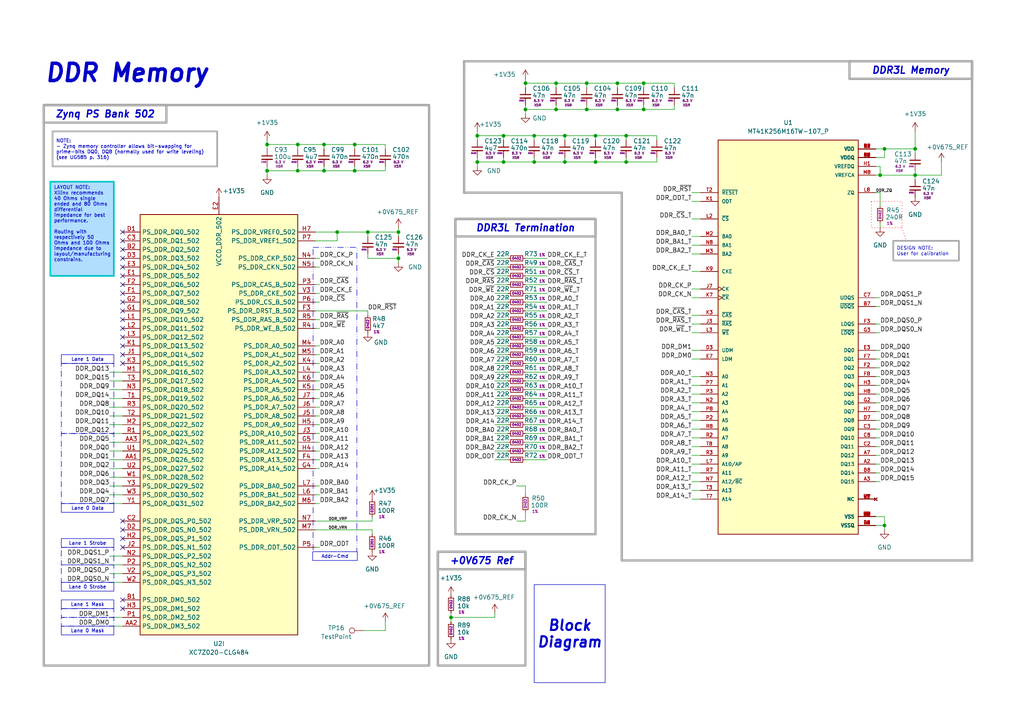
<source format=kicad_sch>
(kicad_sch (version 20250114) (generator "eeschema") (generator_version "9.0")
  (paper "A4")
  (title_block (title "Zynq B502 & DDR3L") (date "2024-09-22") (rev "1.0"))
  (rectangle (start 90.805 71.755) (end 103.505 160.02) (stroke (width 0) (type dash_dot_dot)))
  (rectangle (start 252.73 58.42) (end 261.62 66.04) (stroke (width 0.2) (type dot) (color 255 28 5 1)))
  (rectangle (start 17.78 163.83) (end 33.02 168.91) (stroke (width 0) (type dash_dot)))
  (rectangle (start 127 160.02) (end 152.4 193.04) (stroke (width 0.7) (color 168 168 168 1)))
  (rectangle (start 17.78 176.53) (end 33.02 179.07) (stroke (width 0) (type dash_dot)))
  (rectangle (start 17.78 105.41) (end 33.02 125.73) (stroke (width 0) (type dash_dot)))
  (rectangle (start 17.78 125.73) (end 33.02 146.05) (stroke (width 0) (type dash_dot)))
  (rectangle (start 132.08 63.5) (end 172.72 154.94) (stroke (width 0.7) (color 168 168 168 1)))
  (rectangle (start 17.78 158.75) (end 33.02 163.83) (stroke (width 0) (type dash_dot)))
  (rectangle (start 12.7 30.48) (end 124.46 193.04) (stroke (width 0.7) (color 168 168 168 1)))
  (rectangle (start 17.78 179.07) (end 33.02 181.61) (stroke (width 0) (type dash_dot)))
  (text "DDR Memory" (at 36.83 21.336 0) (effects (font (size 5 5) (thickness 1) (bold yes) (italic yes))))
  (text_box "Zynq PS Bank 502" (at 12.7 30.48 0) (size 35.56 5.08) (margins 1.85 1.85 1.85 1.85) (stroke (width 0.7) (color 168 168 168 1)) (effects (font (size 2 2) (bold yes) (italic yes))))
  (text_box "Lane 1 Strobe" (at 17.78 156.21 0) (size 15.24 2.54) (margins 0.75 0.75 0.75 0.75) (effects (font (size 1 1) (thickness 0.1588))))
  (text_box "Lane 1 Data" (at 17.78 102.87 0) (size 15.24 2.54) (margins 0.75 0.75 0.75 0.75) (effects (font (size 1 1) (thickness 0.1588))))
  (text_box "Lane 0 Mask" (at 17.78 181.61 0) (size 15.24 2.54) (margins 0.75 0.75 0.75 0.75) (effects (font (size 1 1) (thickness 0.1588))))
  (text_box "DESIGN NOTE:\nUser for calibration" (at 259.08 69.85 0) (size 19.05 5.715) (margins 1 1 1 1) (stroke (width 0.5) (color 168 168 168 1)) (effects (font (size 1 1) (thickness 0.125)) (justify left)))
  (text_box "Addr-Cmd" (at 90.678 160.02 0) (size 12.954 2.54) (margins 0.75 0.75 0.75 0.75) (effects (font (size 1 1) (thickness 0.1588))))
  (text_box "NOTE:\n- Zynq memory controller allows bit-swapping for prime-bits DQ0, DQ8 (normally used for write leveling)\n(see UG585 p. 316)" (at 15.24 38.1 0) (size 47.752 10.16) (margins 1 1 1 1) (stroke (width 0.5) (color 168 168 168 1)) (effects (font (size 1 1) (thickness 0.1588)) (justify left)))
  (text_box "Block\nDiagram" (at 154.94 169.545 0) (size 20.574 28.448) (margins 2.25 2.25 2.25 2.25) (effects (font (size 3 3) (thickness 0.6) (bold yes) (italic yes))))
  (text_box "Lane 0 Data" (at 17.78 146.05 0) (size 15.24 2.54) (margins 0.75 0.75 0.75 0.75) (effects (font (size 1 1) (thickness 0.1588))))
  (text_box "LAYOUT NOTE:\nXilinx recommends 40 Ohms single ended and 80 Ohms differential impedance for best performance.\n\nRouting with respectively 50 Ohms and 100 Ohms impedance due to layout/manufacturing constrains.\n" (at 14.605 52.705 0) (size 18.415 27.305) (margins 1 1 1 1) (stroke (width 0.5) (color 0 194 194 1)) (fill (type color) (color 61 172 255 0.4)) (effects (font (size 1 1)) (justify left top)))
  (text_box "+0V675 Ref" (at 127 160.02 0) (size 25.4 5.08) (margins 1.85 1.85 1.85 1.85) (stroke (width 0.7) (color 168 168 168 1)) (effects (font (size 2 2) (bold yes) (italic yes))))
  (text_box "DDR3L Memory" (at 246.38 17.78 0) (size 35.56 5.08) (margins 1.85 1.85 1.85 1.85) (stroke (width 0.7) (color 168 168 168 1)) (effects (font (size 2 2) (bold yes) (italic yes))))
  (text_box "Lane 1 Mask" (at 17.78 173.99 0) (size 15.24 2.54) (margins 0.75 0.75 0.75 0.75) (effects (font (size 1 1) (thickness 0.1588))))
  (text_box "Lane 0 Strobe" (at 17.78 168.91 0) (size 15.24 2.54) (margins 0.75 0.75 0.75 0.75) (effects (font (size 1 1) (thickness 0.1588))))
  (text_box "DDR3L Termination" (at 132.08 63.5 0) (size 40.64 5.08) (margins 1.85 1.85 1.85 1.85) (stroke (width 0.7) (color 168 168 168 1)) (effects (font (size 2 2) (bold yes) (italic yes))))
  (junction (at 163.83 46.99))
  (junction (at 86.36 41.91))
  (junction (at 186.69 31.75))
  (junction (at 163.83 39.37))
  (junction (at 115.57 74.93))
  (junction (at 179.07 31.75))
  (junction (at 154.94 46.99))
  (junction (at 154.94 39.37))
  (junction (at 161.29 24.13))
  (junction (at 265.43 50.8))
  (junction (at 77.47 41.91))
  (junction (at 170.18 24.13))
  (junction (at 102.87 41.91))
  (junction (at 93.98 41.91))
  (junction (at 102.87 49.53))
  (junction (at 170.18 31.75))
  (junction (at 97.79 67.31))
  (junction (at 77.47 49.53))
  (junction (at 138.43 39.37))
  (junction (at 179.07 24.13))
  (junction (at 161.29 31.75))
  (junction (at 146.05 39.37))
  (junction (at 115.57 67.31))
  (junction (at 138.43 46.99))
  (junction (at 255.27 50.8))
  (junction (at 130.81 179.07))
  (junction (at 256.54 152.4))
  (junction (at 181.61 46.99))
  (junction (at 265.43 43.18))
  (junction (at 256.54 43.18))
  (junction (at 93.98 49.53))
  (junction (at 172.72 46.99))
  (junction (at 152.4 24.13))
  (junction (at 86.36 49.53))
  (junction (at 152.4 31.75))
  (junction (at 172.72 39.37))
  (junction (at 181.61 39.37))
  (junction (at 186.69 24.13))
  (junction (at 146.05 46.99))
  (junction (at 106.68 67.31))
  (no_connect (at 35.56 97.79))
  (no_connect (at 35.56 69.85))
  (no_connect (at 35.56 87.63))
  (no_connect (at 35.56 77.47))
  (no_connect (at 35.56 158.75))
  (no_connect (at 35.56 80.01))
  (no_connect (at 35.56 105.41))
  (no_connect (at 35.56 95.25))
  (no_connect (at 35.56 156.21))
  (no_connect (at 35.56 85.09))
  (no_connect (at 35.56 100.33))
  (no_connect (at 35.56 176.53))
  (no_connect (at 35.56 74.93))
  (no_connect (at 35.56 173.99))
  (no_connect (at 35.56 92.71))
  (no_connect (at 35.56 153.67))
  (no_connect (at 35.56 82.55))
  (no_connect (at 35.56 151.13))
  (no_connect (at 35.56 67.31))
  (no_connect (at 35.56 90.17))
  (no_connect (at 35.56 72.39))
  (no_connect (at 35.56 102.87))
  (wire (pts (xy 203.2 116.84) (xy 200.66 116.84)))
  (wire (pts (xy 200.66 78.74) (xy 203.2 78.74)))
  (wire (pts (xy 152.4 105.41) (xy 158.75 105.41)))
  (wire (pts (xy 181.61 39.37) (xy 181.61 40.64)))
  (wire (pts (xy 91.44 120.65) (xy 92.71 120.65)))
  (wire (pts (xy 143.51 120.65) (xy 147.32 120.65)))
  (wire (pts (xy 91.44 140.97) (xy 92.71 140.97)))
  (wire (pts (xy 152.4 97.79) (xy 158.75 97.79)))
  (wire (pts (xy 97.79 69.85) (xy 91.44 69.85)))
  (wire (pts (xy 190.5 45.72) (xy 190.5 46.99)))
  (wire (pts (xy 181.61 45.72) (xy 181.61 46.99)))
  (wire (pts (xy 152.4 128.27) (xy 158.75 128.27)))
  (wire (pts (xy 86.36 41.91) (xy 86.36 43.18)))
  (wire (pts (xy 77.47 41.91) (xy 86.36 41.91)))
  (wire (pts (xy 143.51 85.09) (xy 147.32 85.09)))
  (wire (pts (xy 86.36 41.91) (xy 93.98 41.91)))
  (wire (pts (xy 97.79 67.31) (xy 97.79 69.85)))
  (wire (pts (xy 152.4 24.13) (xy 152.4 25.4)))
  (wire (pts (xy 91.44 102.87) (xy 92.71 102.87)))
  (wire (pts (xy 255.27 55.88) (xy 254 55.88)))
  (wire (pts (xy 152.4 30.48) (xy 152.4 31.75)))
  (wire (pts (xy 31.75 140.97) (xy 35.56 140.97)))
  (wire (pts (xy 91.44 143.51) (xy 92.71 143.51)))
  (wire (pts (xy 138.43 39.37) (xy 146.05 39.37)))
  (polyline (pts (xy 180.34 55.88) (xy 180.34 162.56)) (stroke (width 0.7) (type solid) (color 168 168 168 1)))
  (wire (pts (xy 91.44 85.09) (xy 92.71 85.09)))
  (wire (pts (xy 143.51 90.17) (xy 147.32 90.17)))
  (wire (pts (xy 190.5 46.99) (xy 181.61 46.99)))
  (wire (pts (xy 200.66 86.36) (xy 203.2 86.36)))
  (wire (pts (xy 179.07 30.48) (xy 179.07 31.75)))
  (wire (pts (xy 254 50.8) (xy 255.27 50.8)))
  (wire (pts (xy 143.51 177.8) (xy 143.51 179.07)))
  (wire (pts (xy 152.4 85.09) (xy 158.75 85.09)))
  (wire (pts (xy 143.51 125.73) (xy 147.32 125.73)))
  (wire (pts (xy 107.95 154.94) (xy 107.95 153.67)))
  (wire (pts (xy 91.44 82.55) (xy 92.71 82.55)))
  (wire (pts (xy 143.51 92.71) (xy 147.32 92.71)))
  (wire (pts (xy 152.4 133.35) (xy 158.75 133.35)))
  (wire (pts (xy 255.27 134.62) (xy 254 134.62)))
  (wire (pts (xy 146.05 46.99) (xy 138.43 46.99)))
  (wire (pts (xy 91.44 118.11) (xy 92.71 118.11)))
  (wire (pts (xy 172.72 46.99) (xy 163.83 46.99)))
  (wire (pts (xy 200.66 83.82) (xy 203.2 83.82)))
  (wire (pts (xy 91.44 123.19) (xy 92.71 123.19)))
  (wire (pts (xy 256.54 153.67) (xy 256.54 152.4)))
  (wire (pts (xy 163.83 39.37) (xy 163.83 40.64)))
  (wire (pts (xy 200.66 142.24) (xy 203.2 142.24)))
  (wire (pts (xy 31.75 110.49) (xy 35.56 110.49)))
  (wire (pts (xy 255.27 116.84) (xy 254 116.84)))
  (wire (pts (xy 200.66 129.54) (xy 203.2 129.54)))
  (wire (pts (xy 138.43 46.99) (xy 138.43 45.72)))
  (wire (pts (xy 91.44 133.35) (xy 92.71 133.35)))
  (wire (pts (xy 106.68 67.31) (xy 106.68 68.58)))
  (wire (pts (xy 111.76 41.91) (xy 111.76 43.18)))
  (wire (pts (xy 97.79 67.31) (xy 106.68 67.31)))
  (wire (pts (xy 31.75 113.03) (xy 35.56 113.03)))
  (wire (pts (xy 255.27 106.68) (xy 254 106.68)))
  (wire (pts (xy 143.51 110.49) (xy 147.32 110.49)))
  (wire (pts (xy 255.27 139.7) (xy 254 139.7)))
  (wire (pts (xy 172.72 39.37) (xy 172.72 40.64)))
  (wire (pts (xy 152.4 107.95) (xy 158.75 107.95)))
  (wire (pts (xy 31.75 130.81) (xy 35.56 130.81)))
  (wire (pts (xy 152.4 92.71) (xy 158.75 92.71)))
  (wire (pts (xy 152.4 24.13) (xy 161.29 24.13)))
  (wire (pts (xy 255.27 88.9) (xy 254 88.9)))
  (wire (pts (xy 255.27 129.54) (xy 254 129.54)))
  (wire (pts (xy 200.66 101.6) (xy 203.2 101.6)))
  (wire (pts (xy 115.57 67.31) (xy 115.57 68.58)))
  (wire (pts (xy 255.27 109.22) (xy 254 109.22)))
  (wire (pts (xy 255.27 66.04) (xy 255.27 64.77)))
  (wire (pts (xy 143.51 113.03) (xy 147.32 113.03)))
  (wire (pts (xy 152.4 74.93) (xy 158.75 74.93)))
  (wire (pts (xy 254 45.72) (xy 256.54 45.72)))
  (wire (pts (xy 91.44 128.27) (xy 92.71 128.27)))
  (wire (pts (xy 31.75 135.89) (xy 35.56 135.89)))
  (wire (pts (xy 152.4 77.47) (xy 158.75 77.47)))
  (wire (pts (xy 186.69 24.13) (xy 195.58 24.13)))
  (wire (pts (xy 31.75 120.65) (xy 35.56 120.65)))
  (wire (pts (xy 172.72 39.37) (xy 181.61 39.37)))
  (wire (pts (xy 93.98 41.91) (xy 93.98 43.18)))
  (wire (pts (xy 106.68 73.66) (xy 106.68 74.93)))
  (wire (pts (xy 179.07 24.13) (xy 186.69 24.13)))
  (wire (pts (xy 93.98 48.26) (xy 93.98 49.53)))
  (wire (pts (xy 255.27 132.08) (xy 254 132.08)))
  (wire (pts (xy 200.66 137.16) (xy 203.2 137.16)))
  (wire (pts (xy 111.76 182.88) (xy 111.76 180.34)))
  (wire (pts (xy 179.07 31.75) (xy 170.18 31.75)))
  (wire (pts (xy 161.29 31.75) (xy 152.4 31.75)))
  (wire (pts (xy 91.44 87.63) (xy 92.71 87.63)))
  (wire (pts (xy 115.57 67.31) (xy 106.68 67.31)))
  (wire (pts (xy 152.4 80.01) (xy 158.75 80.01)))
  (wire (pts (xy 161.29 24.13) (xy 161.29 25.4)))
  (wire (pts (xy 143.51 100.33) (xy 147.32 100.33)))
  (wire (pts (xy 152.4 130.81) (xy 158.75 130.81)))
  (wire (pts (xy 91.44 115.57) (xy 92.71 115.57)))
  (wire (pts (xy 179.07 31.75) (xy 186.69 31.75)))
  (wire (pts (xy 149.86 151.13) (xy 152.4 151.13)))
  (wire (pts (xy 143.51 74.93) (xy 147.32 74.93)))
  (wire (pts (xy 190.5 39.37) (xy 190.5 40.64)))
  (wire (pts (xy 179.07 24.13) (xy 179.07 25.4)))
  (wire (pts (xy 91.44 74.93) (xy 92.71 74.93)))
  (wire (pts (xy 265.43 43.18) (xy 256.54 43.18)))
  (wire (pts (xy 255.27 48.26) (xy 254 48.26)))
  (wire (pts (xy 77.47 40.64) (xy 77.47 41.91)))
  (wire (pts (xy 31.75 163.83) (xy 35.56 163.83)))
  (wire (pts (xy 200.66 132.08) (xy 203.2 132.08)))
  (wire (pts (xy 91.44 130.81) (xy 92.71 130.81)))
  (wire (pts (xy 152.4 151.13) (xy 152.4 148.59)))
  (wire (pts (xy 200.66 58.42) (xy 203.2 58.42)))
  (wire (pts (xy 143.51 77.47) (xy 147.32 77.47)))
  (wire (pts (xy 154.94 39.37) (xy 154.94 40.64)))
  (wire (pts (xy 91.44 110.49) (xy 92.71 110.49)))
  (wire (pts (xy 143.51 128.27) (xy 147.32 128.27)))
  (wire (pts (xy 200.66 71.12) (xy 203.2 71.12)))
  (wire (pts (xy 31.75 133.35) (xy 35.56 133.35)))
  (wire (pts (xy 170.18 31.75) (xy 161.29 31.75)))
  (wire (pts (xy 152.4 90.17) (xy 158.75 90.17)))
  (wire (pts (xy 163.83 39.37) (xy 172.72 39.37)))
  (wire (pts (xy 143.51 102.87) (xy 147.32 102.87)))
  (wire (pts (xy 130.81 177.8) (xy 130.81 179.07)))
  (wire (pts (xy 152.4 115.57) (xy 158.75 115.57)))
  (wire (pts (xy 86.36 48.26) (xy 86.36 49.53)))
  (wire (pts (xy 255.27 111.76) (xy 254 111.76)))
  (wire (pts (xy 91.44 135.89) (xy 92.71 135.89)))
  (wire (pts (xy 92.71 158.75) (xy 91.44 158.75)))
  (wire (pts (xy 200.66 134.62) (xy 203.2 134.62)))
  (wire (pts (xy 255.27 119.38) (xy 254 119.38)))
  (wire (pts (xy 172.72 45.72) (xy 172.72 46.99)))
  (wire (pts (xy 265.43 50.8) (xy 265.43 52.07)))
  (wire (pts (xy 143.51 82.55) (xy 147.32 82.55)))
  (wire (pts (xy 91.44 146.05) (xy 92.71 146.05)))
  (wire (pts (xy 91.44 77.47) (xy 92.71 77.47)))
  (wire (pts (xy 255.27 104.14) (xy 254 104.14)))
  (wire (pts (xy 31.75 115.57) (xy 35.56 115.57)))
  (wire (pts (xy 200.66 73.66) (xy 203.2 73.66)))
  (wire (pts (xy 154.94 39.37) (xy 163.83 39.37)))
  (wire (pts (xy 255.27 96.52) (xy 254 96.52)))
  (wire (pts (xy 146.05 39.37) (xy 146.05 40.64)))
  (wire (pts (xy 77.47 41.91) (xy 77.47 43.18)))
  (wire (pts (xy 152.4 87.63) (xy 158.75 87.63)))
  (wire (pts (xy 254 152.4) (xy 256.54 152.4)))
  (wire (pts (xy 91.44 105.41) (xy 92.71 105.41)))
  (wire (pts (xy 152.4 22.86) (xy 152.4 24.13)))
  (wire (pts (xy 195.58 24.13) (xy 195.58 25.4)))
  (wire (pts (xy 203.2 119.38) (xy 200.66 119.38)))
  (wire (pts (xy 91.44 113.03) (xy 92.71 113.03)))
  (wire (pts (xy 93.98 41.91) (xy 102.87 41.91)))
  (wire (pts (xy 102.87 41.91) (xy 111.76 41.91)))
  (wire (pts (xy 31.75 161.29) (xy 35.56 161.29)))
  (wire (pts (xy 154.94 45.72) (xy 154.94 46.99)))
  (wire (pts (xy 152.4 95.25) (xy 158.75 95.25)))
  (polyline (pts (xy 180.34 162.56) (xy 281.94 162.56)) (stroke (width 0.7) (type solid) (color 168 168 168 1)))
  (wire (pts (xy 170.18 24.13) (xy 170.18 25.4)))
  (wire (pts (xy 163.83 46.99) (xy 154.94 46.99)))
  (wire (pts (xy 195.58 31.75) (xy 186.69 31.75)))
  (wire (pts (xy 203.2 121.92) (xy 200.66 121.92)))
  (wire (pts (xy 152.4 143.51) (xy 152.4 140.97)))
  (wire (pts (xy 31.75 168.91) (xy 35.56 168.91)))
  (wire (pts (xy 200.66 144.78) (xy 203.2 144.78)))
  (wire (pts (xy 143.51 130.81) (xy 147.32 130.81)))
  (wire (pts (xy 203.2 114.3) (xy 200.66 114.3)))
  (wire (pts (xy 130.81 179.07) (xy 130.81 180.34)))
  (wire (pts (xy 265.43 43.18) (xy 265.43 44.45)))
  (wire (pts (xy 138.43 46.99) (xy 138.43 48.26)))
  (wire (pts (xy 203.2 124.46) (xy 200.66 124.46)))
  (wire (pts (xy 255.27 86.36) (xy 254 86.36)))
  (wire (pts (xy 77.47 49.53) (xy 77.47 50.8)))
  (wire (pts (xy 143.51 87.63) (xy 147.32 87.63)))
  (wire (pts (xy 91.44 67.31) (xy 97.79 67.31)))
  (wire (pts (xy 91.44 125.73) (xy 92.71 125.73)))
  (wire (pts (xy 143.51 80.01) (xy 147.32 80.01)))
  (wire (pts (xy 200.66 91.44) (xy 203.2 91.44)))
  (wire (pts (xy 152.4 120.65) (xy 158.75 120.65)))
  (wire (pts (xy 255.27 137.16) (xy 254 137.16)))
  (wire (pts (xy 31.75 118.11) (xy 35.56 118.11)))
  (wire (pts (xy 107.95 149.86) (xy 107.95 151.13)))
  (wire (pts (xy 152.4 110.49) (xy 158.75 110.49)))
  (wire (pts (xy 255.27 50.8) (xy 255.27 48.26)))
  (wire (pts (xy 154.94 46.99) (xy 146.05 46.99)))
  (wire (pts (xy 143.51 123.19) (xy 147.32 123.19)))
  (wire (pts (xy 115.57 76.2) (xy 115.57 74.93)))
  (wire (pts (xy 143.51 95.25) (xy 147.32 95.25)))
  (wire (pts (xy 111.76 48.26) (xy 111.76 49.53)))
  (wire (pts (xy 273.05 50.8) (xy 265.43 50.8)))
  (wire (pts (xy 111.76 49.53) (xy 102.87 49.53)))
  (wire (pts (xy 152.4 100.33) (xy 158.75 100.33)))
  (wire (pts (xy 143.51 105.41) (xy 147.32 105.41)))
  (wire (pts (xy 143.51 107.95) (xy 147.32 107.95)))
  (polyline (pts (xy 134.62 55.88) (xy 180.34 55.88)) (stroke (width 0.7) (type solid) (color 168 168 168 1)))
  (wire (pts (xy 31.75 125.73) (xy 35.56 125.73)))
  (wire (pts (xy 31.75 181.61) (xy 35.56 181.61)))
  (wire (pts (xy 255.27 93.98) (xy 254 93.98)))
  (wire (pts (xy 265.43 50.8) (xy 255.27 50.8)))
  (wire (pts (xy 93.98 49.53) (xy 102.87 49.53)))
  (wire (pts (xy 152.4 102.87) (xy 158.75 102.87)))
  (wire (pts (xy 186.69 24.13) (xy 186.69 25.4)))
  (wire (pts (xy 102.87 48.26) (xy 102.87 49.53)))
  (wire (pts (xy 105.41 182.88) (xy 111.76 182.88)))
  (wire (pts (xy 115.57 74.93) (xy 115.57 73.66)))
  (wire (pts (xy 170.18 24.13) (xy 179.07 24.13)))
  (wire (pts (xy 170.18 30.48) (xy 170.18 31.75)))
  (wire (pts (xy 31.75 128.27) (xy 35.56 128.27)))
  (polyline (pts (xy 281.94 17.78) (xy 134.62 17.78)) (stroke (width 0.7) (type solid) (color 168 168 168 1)))
  (wire (pts (xy 77.47 49.53) (xy 77.47 48.26)))
  (wire (pts (xy 31.75 166.37) (xy 35.56 166.37)))
  (wire (pts (xy 143.51 97.79) (xy 147.32 97.79)))
  (wire (pts (xy 115.57 66.04) (xy 115.57 67.31)))
  (wire (pts (xy 256.54 149.86) (xy 254 149.86)))
  (wire (pts (xy 102.87 41.91) (xy 102.87 43.18)))
  (wire (pts (xy 200.66 96.52) (xy 203.2 96.52)))
  (wire (pts (xy 152.4 118.11) (xy 158.75 118.11)))
  (wire (pts (xy 138.43 39.37) (xy 138.43 40.64)))
  (wire (pts (xy 146.05 39.37) (xy 154.94 39.37)))
  (wire (pts (xy 31.75 123.19) (xy 35.56 123.19)))
  (wire (pts (xy 152.4 140.97) (xy 149.86 140.97)))
  (wire (pts (xy 91.44 100.33) (xy 92.71 100.33)))
  (wire (pts (xy 203.2 109.22) (xy 200.66 109.22)))
  (wire (pts (xy 31.75 138.43) (xy 35.56 138.43)))
  (wire (pts (xy 91.44 107.95) (xy 92.71 107.95)))
  (wire (pts (xy 91.44 95.25) (xy 92.71 95.25)))
  (wire (pts (xy 31.75 146.05) (xy 35.56 146.05)))
  (wire (pts (xy 256.54 43.18) (xy 256.54 45.72)))
  (wire (pts (xy 31.75 107.95) (xy 35.56 107.95)))
  (wire (pts (xy 265.43 49.53) (xy 265.43 50.8)))
  (wire (pts (xy 106.68 74.93) (xy 115.57 74.93)))
  (wire (pts (xy 143.51 179.07) (xy 130.81 179.07)))
  (wire (pts (xy 203.2 127) (xy 200.66 127)))
  (wire (pts (xy 93.98 49.53) (xy 86.36 49.53)))
  (wire (pts (xy 186.69 30.48) (xy 186.69 31.75)))
  (polyline (pts (xy 281.94 162.56) (xy 281.94 17.78)) (stroke (width 0.7) (type solid) (color 168 168 168 1)))
  (wire (pts (xy 200.66 93.98) (xy 203.2 93.98)))
  (polyline (pts (xy 134.62 17.78) (xy 134.62 55.88)) (stroke (width 0.7) (type solid) (color 168 168 168 1)))
  (polyline (pts (xy 261.62 66.04) (xy 262.89 69.85)) (stroke (width 0.2) (type dot) (color 255 28 5 1)))
  (wire (pts (xy 200.66 55.88) (xy 203.2 55.88)))
  (wire (pts (xy 195.58 30.48) (xy 195.58 31.75)))
  (wire (pts (xy 152.4 82.55) (xy 158.75 82.55)))
  (wire (pts (xy 255.27 55.88) (xy 255.27 59.69)))
  (wire (pts (xy 255.27 127) (xy 254 127)))
  (wire (pts (xy 31.75 179.07) (xy 35.56 179.07)))
  (wire (pts (xy 152.4 31.75) (xy 152.4 33.02)))
  (wire (pts (xy 143.51 118.11) (xy 147.32 118.11)))
  (wire (pts (xy 152.4 123.19) (xy 158.75 123.19)))
  (wire (pts (xy 181.61 46.99) (xy 172.72 46.99)))
  (wire (pts (xy 161.29 30.48) (xy 161.29 31.75)))
  (wire (pts (xy 200.66 139.7) (xy 203.2 139.7)))
  (wire (pts (xy 91.44 151.13) (xy 107.95 151.13)))
  (wire (pts (xy 181.61 39.37) (xy 190.5 39.37)))
  (wire (pts (xy 255.27 101.6) (xy 254 101.6)))
  (wire (pts (xy 256.54 152.4) (xy 256.54 149.86)))
  (wire (pts (xy 146.05 45.72) (xy 146.05 46.99)))
  (wire (pts (xy 255.27 121.92) (xy 254 121.92)))
  (wire (pts (xy 31.75 143.51) (xy 35.56 143.51)))
  (wire (pts (xy 143.51 115.57) (xy 147.32 115.57)))
  (wire (pts (xy 138.43 38.1) (xy 138.43 39.37)))
  (wire (pts (xy 152.4 113.03) (xy 158.75 113.03)))
  (wire (pts (xy 143.51 133.35) (xy 147.32 133.35)))
  (wire (pts (xy 163.83 45.72) (xy 163.83 46.99)))
  (wire (pts (xy 255.27 114.3) (xy 254 114.3)))
  (wire (pts (xy 265.43 38.1) (xy 265.43 43.18)))
  (wire (pts (xy 152.4 125.73) (xy 158.75 125.73)))
  (wire (pts (xy 273.05 46.99) (xy 273.05 50.8)))
  (wire (pts (xy 91.44 153.67) (xy 107.95 153.67)))
  (wire (pts (xy 200.66 63.5) (xy 203.2 63.5)))
  (wire (pts (xy 91.44 92.71) (xy 92.71 92.71)))
  (wire (pts (xy 203.2 111.76) (xy 200.66 111.76)))
  (wire (pts (xy 91.44 90.17) (xy 106.68 90.17)))
  (wire (pts (xy 200.66 104.14) (xy 203.2 104.14)))
  (wire (pts (xy 254 43.18) (xy 256.54 43.18)))
  (wire (pts (xy 200.66 68.58) (xy 203.2 68.58)))
  (wire (pts (xy 255.27 124.46) (xy 254 124.46)))
  (wire (pts (xy 106.68 90.17) (xy 106.68 91.44)))
  (wire (pts (xy 161.29 24.13) (xy 170.18 24.13)))
  (wire (pts (xy 77.47 49.53) (xy 86.36 49.53)))
  (label "DDR_A14_T" (at 158.75 123.19 0))
  (label "DDR_CK_E_T" (at 200.66 78.74 180))
  (label "DDR_A5" (at 92.71 113.03 0))
  (label "DDR_A4" (at 143.51 97.79 180))
  (label "DDR_~{CS}_T" (at 158.75 80.01 0))
  (label "DDR_DQS0_P" (at 255.27 93.98 0))
  (label "DDR_DQ7" (at 31.75 146.05 180))
  (label "DDR_BA1_T" (at 158.75 128.27 0))
  (label "DDR_BA1_T" (at 200.66 71.12 180))
  (label "DDR_DQS0_N" (at 31.75 168.91 180))
  (label "DDR_A7_T" (at 200.66 127 180))
  (label "DDR_DQ4" (at 31.75 143.51 180))
  (label "DDR_A14_T" (at 200.66 144.78 180))
  (label "DDR_CK_E_T" (at 158.75 74.93 0))
  (label "DDR_BA1" (at 92.71 143.51 0))
  (label "DDR_~{RAS}" (at 143.51 82.55 180))
  (label "DDR_DQ9" (at 255.27 124.46 0))
  (label "DDR_A5_T" (at 158.75 100.33 0))
  (label "DDR_A12" (at 143.51 118.11 180))
  (label "DDR_A2" (at 143.51 92.71 180))
  (label "DDR_BA2_T" (at 158.75 130.81 0))
  (label "DDR_~{RAS}_T" (at 200.66 93.98 180))
  (label "DDR_DQ14" (at 31.75 115.57 180))
  (label "DDR_ODT_T" (at 158.75 133.35 0))
  (label "DDR_A3" (at 143.51 95.25 180))
  (label "DDR_DQ15" (at 31.75 110.49 180))
  (label "DDR_BA2" (at 92.71 146.05 0))
  (label "DDR_CK_N" (at 149.86 151.13 180))
  (label "DDR_A9" (at 92.71 123.19 0))
  (label "DDR_A12_T" (at 200.66 139.7 180))
  (label "DDR_A7" (at 92.71 118.11 0))
  (label "DDR_DQ0" (at 31.75 130.81 180))
  (label "DDR_DQS1_N" (at 255.27 88.9 0))
  (label "DDR_CK_P" (at 200.66 83.82 180))
  (label "DDR_A8_T" (at 200.66 129.54 180))
  (label "DDR_~{WE}" (at 92.71 95.25 0))
  (label "DDR_CK_P" (at 149.86 140.97 180))
  (label "DDR_DQ4" (at 255.27 111.76 0))
  (label "DDR_A14" (at 92.71 135.89 0))
  (label "DDR_DQS1_P" (at 31.75 161.29 180))
  (label "DDR_A4" (at 92.71 110.49 0))
  (label "DDR_A0_T" (at 200.66 109.22 180))
  (label "DDR_A4_T" (at 158.75 97.79 0))
  (label "DDR_~{CAS}" (at 143.51 77.47 180))
  (label "DDR_DM1" (at 200.66 101.6 180))
  (label "DDR_A1" (at 143.51 90.17 180))
  (label "DDR_A10_T" (at 200.66 134.62 180))
  (label "DDR_DQ8" (at 31.75 118.11 180))
  (label "DDR_A11_T" (at 158.75 115.57 0))
  (label "DDR_DQS1_P" (at 255.27 86.36 0))
  (label "DDR_DM0" (at 31.75 181.61 180))
  (label "DDR_BA2" (at 143.51 130.81 180))
  (label "DDR_DQ11" (at 255.27 129.54 0))
  (label "DDR_DQ3" (at 31.75 140.97 180))
  (label "DDR_A9_T" (at 158.75 110.49 0))
  (label "DDR_A14" (at 143.51 123.19 180))
  (label "DDR_A9" (at 143.51 110.49 180))
  (label "DDR_DQ1" (at 255.27 104.14 0))
  (label "DDR_~{WE}" (at 143.51 85.09 180))
  (label "DDR_DQ3" (at 255.27 109.22 0))
  (label "DDR_A13_T" (at 158.75 120.65 0))
  (label "DDR_ODT_T" (at 200.66 58.42 180))
  (label "DDR_A13" (at 92.71 133.35 0))
  (label "DDR_DQ0" (at 255.27 101.6 0))
  (label "DDR_A8" (at 92.71 120.65 0))
  (label "DDR_A3_T" (at 158.75 95.25 0))
  (label "DDR_A2" (at 92.71 105.41 0))
  (label "DDR_A5_T" (at 200.66 121.92 180))
  (label "DDR_DQ8" (at 255.27 121.92 0))
  (label "DDR_CK_E" (at 92.71 85.09 0))
  (label "DDR_DQ5" (at 31.75 128.27 180))
  (label "DDR_DQ2" (at 31.75 135.89 180))
  (label "DDR_CK_E" (at 143.51 74.93 180))
  (label "DDR_DQ11" (at 31.75 123.19 180))
  (label "DDR_ZQ" (at 254 55.88 0) (effects (font (size 0.8 0.8))))
  (label "DDR_DQ10" (at 31.75 120.65 180))
  (label "DDR_DQ13" (at 31.75 107.95 180))
  (label "DDR_A7_T" (at 158.75 105.41 0))
  (label "DDR_~{CS}_T" (at 200.66 63.5 180))
  (label "DDR_BA0" (at 143.51 125.73 180))
  (label "DDR_~{WE}_T" (at 158.75 85.09 0))
  (label "DDR_BA0_T" (at 200.66 68.58 180))
  (label "DDR_BA1" (at 143.51 128.27 180))
  (label "DDR_~{CS}" (at 92.71 87.63 0))
  (label "DDR_A3_T" (at 200.66 116.84 180))
  (label "DDR_DQ9" (at 31.75 113.03 180))
  (label "DDR_CK_N" (at 200.66 86.36 180))
  (label "DDR_A11_T" (at 200.66 137.16 180))
  (label "DDR_~{CAS}_T" (at 158.75 77.47 0))
  (label "DDR_ODT" (at 143.51 133.35 180))
  (label "DDR_DQ13" (at 255.27 134.62 0))
  (label "DDR_A0" (at 92.71 100.33 0))
  (label "DDR_DQ15" (at 255.27 139.7 0))
  (label "DDR_CK_N" (at 92.71 77.47 0))
  (label "DDR_DM0" (at 200.66 104.14 180))
  (label "DDR_~{RAS}_T" (at 158.75 82.55 0))
  (label "DDR_A9_T" (at 200.66 132.08 180))
  (label "DDR_DQ12" (at 255.27 132.08 0))
  (label "DDR_DQS1_N" (at 31.75 163.83 180))
  (label "DDR_A6" (at 143.51 102.87 180))
  (label "DDR_BA0_T" (at 158.75 125.73 0))
  (label "DDR_ODT" (at 92.71 158.75 0))
  (label "DDR_DQ12" (at 31.75 125.73 180))
  (label "DDR_A10_T" (at 158.75 113.03 0))
  (label "DDR_A1_T" (at 200.66 111.76 180))
  (label "DDR_A11" (at 143.51 115.57 180))
  (label "DDR_A1_T" (at 158.75 90.17 0))
  (label "DDR_A6" (at 92.71 115.57 0))
  (label "DDR_A1" (at 92.71 102.87 0))
  (label "DDR_A12_T" (at 158.75 118.11 0))
  (label "DDR_A6_T" (at 200.66 124.46 180))
  (label "DDR_A10" (at 143.51 113.03 180))
  (label "DDR_~{RST}" (at 200.66 55.88 180))
  (label "DDR_A0" (at 143.51 87.63 180))
  (label "DDR_A13_T" (at 200.66 142.24 180))
  (label "DDR_~{CAS}_T" (at 200.66 91.44 180))
  (label "DDR_A8_T" (at 158.75 107.95 0))
  (label "DDR_~{RST}" (at 106.68 90.17 0))
  (label "DDR_DQ6" (at 31.75 138.43 180))
  (label "DDR_A2_T" (at 158.75 92.71 0))
  (label "DDR_~{RAS}" (at 92.71 92.71 0))
  (label "DDR_DQS0_N" (at 255.27 96.52 0))
  (label "DDR_DQ1" (at 31.75 133.35 180))
  (label "DDR_DQ14" (at 255.27 137.16 0))
  (label "DDR_DQ10" (at 255.27 127 0))
  (label "DDR_A7" (at 143.51 105.41 180))
  (label "DDR_BA0" (at 92.71 140.97 0))
  (label "DDR_A5" (at 143.51 100.33 180))
  (label "DDR_CK_P" (at 92.71 74.93 0))
  (label "DDR_VRN" (at 95.25 153.67 0) (effects (font (size 0.8 0.8))))
  (label "DDR_VRP" (at 95.25 151.13 0) (effects (font (size 0.8 0.8))))
  (label "DDR_A10" (at 92.71 125.73 0))
  (label "DDR_A6_T" (at 158.75 102.87 0))
  (label "DDR_DQ7" (at 255.27 119.38 0))
  (label "DDR_~{CAS}" (at 92.71 82.55 0))
  (label "DDR_~{CS}" (at 143.51 80.01 180))
  (label "DDR_DM1" (at 31.75 179.07 180))
  (label "DDR_A3" (at 92.71 107.95 0))
  (label "DDR_DQ2" (at 255.27 106.68 0))
  (label "DDR_DQ5" (at 255.27 114.3 0))
  (label "DDR_BA2_T" (at 200.66 73.66 180))
  (label "DDR_A13" (at 143.51 120.65 180))
  (label "DDR_A11" (at 92.71 128.27 0))
  (label "DDR_A8" (at 143.51 107.95 180))
  (label "DDR_A12" (at 92.71 130.81 0))
  (label "DDR_~{WE}_T" (at 200.66 96.52 180))
  (label "DDR_A2_T" (at 200.66 114.3 180))
  (label "DDR_DQS0_P" (at 31.75 166.37 180))
  (label "DDR_A0_T" (at 158.75 87.63 0))
  (label "DDR_DQ6" (at 255.27 116.84 0))
  (label "DDR_A4_T" (at 200.66 119.38 180))
  (symbol (lib_id "power:GND") (at 77.47 50.8 0) (unit 1)
    (property "Reference" "#PWR0120" (effects (hide yes)))
    (property "Value" "GND" (at 77.47 55.88 0))
    (property "Description" "Power symbol creates a global label with name \"GND\" , ground" (effects (hide yes)))
  )
  (symbol (lib_id "power:GND") (at 138.43 48.26 0) (unit 1)
    (property "Reference" "#PWR0124" (effects (hide yes)))
    (property "Value" "GND" (at 143.256 49.53 0))
    (property "Description" "Power symbol creates a global label with name \"GND\" , ground" (effects (hide yes)))
  )
  (symbol (lib_name "C_Small_1") (lib_id "Device:C_Small") (at 181.61 43.18 0) (unit 1)
    (property "Reference" "C121" (at 183.642 40.894 0) (effects (justify left)))
    (property "Value" "47n" (at 183.642 42.926 0) (effects (justify left)))
    (property "Footprint" "Capacitor_SMD:C_0201_0603Metric" (effects (hide yes)))
    (property "Description" "Unpolarized capacitor, small symbol" (effects (hide yes)))
    (property "Rating" "6.3 V" (at 185.42 44.45 0) (effects (font (size 0.7 0.7))))
    (property "Type" "X5R" (at 185.166 45.72 0) (effects (font (size 0.7 0.7))))
    (property "Package" "0201" (at 180.594 44.45 0) (effects (font (size 0.4 0.4))))
    (property "LCSC Part" "C85925" (effects (hide yes)))
  )
  (symbol (lib_id "MyLibrary:MT41K256M16TW-107_P") (at 228.6 96.52 0) (unit 1)
    (property "Reference" "U1" (at 228.6 35.56 0))
    (property "Value" "MT41K256M16TW-107_P" (at 228.6 38.1 0))
    (property "Footprint" "Mylibrary:BGA96C80P9X16_1400X800X120" (effects (hide yes)))
    (property "Description" "\nSDRAM - DDR3L Memory IC 4Gb (256M x 16) Parallel 933 MHz 20 ns 96-FBGA (8x14)\n" (effects (hide yes)))
    (property "MF" "Micron Technology" (effects (hide yes)))
    (property "MAXIMUM_PACKAGE_HEIGHT" "1.20mm" (effects (hide yes)))
    (property "Package" "FBGA-96 Micron" (effects (hide yes)))
    (property "Price" "None" (effects (hide yes)))
    (property "Check_prices" "https://www.snapeda.com/parts/MT41K256M16TW-107:P/Micron+Technology+Inc./view-part/?ref=eda" (effects (hide yes)))
    (property "STANDARD" "IPC-7351B" (effects (hide yes)))
    (property "PARTREV" "P" (effects (hide yes)))
    (property "SnapEDA_Link" "https://www.snapeda.com/parts/MT41K256M16TW-107:P/Micron+Technology+Inc./view-part/?ref=snap" (effects (hide yes)))
    (property "MP" "MT41K256M16TW-107:P" (effects (hide yes)))
    (property "Purchase-URL" "https://www.snapeda.com/api/url_track_click_mouser/?unipart_id=471174&manufacturer=Micron Technology&part_name=MT41K256M16TW-107:P&search_term=None" (effects (hide yes)))
    (property "Availability" "In Stock" (effects (hide yes)))
    (property "MANUFACTURER" "Micron" (effects (hide yes)))
    (property "LCSC Part" "gia" (effects (hide yes)))
  )
  (symbol (lib_id "Device:R_Small") (at 106.68 93.98 0) (unit 1)
    (property "Reference" "R48" (at 107.95 92.456 0) (effects (justify left)))
    (property "Value" "4k7" (at 107.95 94.488 0) (effects (justify left)))
    (property "Footprint" "Resistor_SMD:R_0402_1005Metric" (effects (hide yes)))
    (property "Description" "Resistor, small symbol" (effects (hide yes)))
    (property "Tolerance" "1%" (at 109.22 96.266 0) (effects (font (size 0.8 0.8))))
    (property "Package" "0402" (at 106.68 93.98 90) (effects (font (size 0.7 0.7))))
    (property "LCSC Part" "C25940" (effects (hide yes)))
  )
  (symbol (lib_name "C_Small_1") (lib_id "Device:C_Small") (at 154.94 43.18 0) (unit 1)
    (property "Reference" "C118" (at 156.972 40.894 0) (effects (justify left)))
    (property "Value" "47n" (at 156.972 42.926 0) (effects (justify left)))
    (property "Footprint" "Capacitor_SMD:C_0201_0603Metric" (effects (hide yes)))
    (property "Description" "Unpolarized capacitor, small symbol" (effects (hide yes)))
    (property "Rating" "6.3 V" (at 158.75 44.45 0) (effects (font (size 0.7 0.7))))
    (property "Type" "X5R" (at 158.496 45.72 0) (effects (font (size 0.7 0.7))))
    (property "Package" "0201" (at 153.924 44.45 0) (effects (font (size 0.4 0.4))))
    (property "LCSC Part" "C85925" (effects (hide yes)))
  )
  (symbol (lib_id "FPGA_Xilinx_Zynq7000:XC7Z020-CLG484") (at 63.5 123.19 0) (unit 9)
    (property "Reference" "U2" (at 63.5 186.69 0))
    (property "Value" "XC7Z020-CLG484" (at 63.5 189.23 0))
    (property "Footprint" "Mylibrary:CLG484_XIL-L_new" (effects (hide yes)))
    (property "Datasheet" "https://www.xilinx.com/support/documentation/data_sheets/ds190-Zynq-7000-Overview.pdf" (effects (hide yes)))
    (property "LCSC Part" "gia" (effects (hide yes)))
  )
  (symbol (lib_id "Device:R_Small") (at 149.86 77.47 90) (unit 1)
    (property "Reference" "R49" (at 155.956 76.2 90) (effects (justify left)))
    (property "Value" "22R" (at 147.828 76.2 90) (effects (justify left)))
    (property "Footprint" "Resistor_SMD:R_0402_1005Metric" (effects (hide yes)))
    (property "Description" "Resistor, small symbol" (effects (hide yes)))
    (property "Tolerance" "1%" (at 157.226 76.454 90) (effects (font (size 0.8 0.8))))
    (property "Package" "0402" (at 149.86 77.47 90) (effects (font (size 0.7 0.7))))
    (property "LCSC Part" "C114765/C25105" (effects (hide yes)))
  )
  (symbol (lib_id "power:+1V35") (at 77.47 40.64 0) (unit 1)
    (property "Reference" "#PWR0119" (effects (hide yes)))
    (property "Value" "+1V35" (at 77.47 35.56 0))
  )
  (symbol (lib_name "C_Small_1") (lib_id "Device:C_Small") (at 111.76 45.72 0) (unit 1)
    (property "Reference" "C102" (at 113.792 43.434 0) (effects (justify left)))
    (property "Value" "470n" (at 113.792 45.466 0) (effects (justify left)))
    (property "Footprint" "Capacitor_SMD:C_0201_0603Metric" (effects (hide yes)))
    (property "Description" "Unpolarized capacitor, small symbol" (effects (hide yes)))
    (property "Rating" "6.3 V" (at 115.57 46.99 0) (effects (font (size 0.7 0.7))))
    (property "Type" "X5R" (at 115.316 48.26 0) (effects (font (size 0.7 0.7))))
    (property "Package" "0201" (at 110.744 46.99 0) (effects (font (size 0.4 0.4))))
    (property "LCSC Part" "C85926" (effects (hide yes)))
  )
  (symbol (lib_id "power:+3V3") (at 115.57 66.04 0) (mirror y) (unit 1)
    (property "Reference" "#PWR0131" (effects (hide yes)))
    (property "Value" "+0V675_REF" (at 115.316 61.468 0))
    (property "Description" "Power symbol creates a global label with name \"+0V675_REF\"" (effects (hide yes)))
  )
  (symbol (lib_name "C_Small_1") (lib_id "Device:C_Small") (at 152.4 27.94 0) (unit 1)
    (property "Reference" "C106" (at 154.432 25.654 0) (effects (justify left)))
    (property "Value" "47n" (at 154.432 27.686 0) (effects (justify left)))
    (property "Footprint" "Capacitor_SMD:C_0201_0603Metric" (effects (hide yes)))
    (property "Description" "Unpolarized capacitor, small symbol" (effects (hide yes)))
    (property "Rating" "6.3 V" (at 156.21 29.21 0) (effects (font (size 0.7 0.7))))
    (property "Type" "X5R" (at 155.956 30.48 0) (effects (font (size 0.7 0.7))))
    (property "Package" "0201" (at 151.384 29.21 0) (effects (font (size 0.4 0.4))))
    (property "LCSC Part" "C85925" (effects (hide yes)))
  )
  (symbol (lib_id "Device:R_Small") (at 149.86 105.41 90) (unit 1)
    (property "Reference" "R60" (at 155.956 104.14 90) (effects (justify left)))
    (property "Value" "22R" (at 147.828 104.14 90) (effects (justify left)))
    (property "Footprint" "Resistor_SMD:R_0402_1005Metric" (effects (hide yes)))
    (property "Description" "Resistor, small symbol" (effects (hide yes)))
    (property "Tolerance" "1%" (at 157.226 104.394 90) (effects (font (size 0.8 0.8))))
    (property "Package" "0402" (at 149.86 105.41 90) (effects (font (size 0.7 0.7))))
    (property "LCSC Part" "C114765/C25105" (effects (hide yes)))
  )
  (symbol (lib_name "C_Small_1") (lib_id "Device:C_Small") (at 163.83 43.18 0) (unit 1)
    (property "Reference" "C119" (at 165.862 40.894 0) (effects (justify left)))
    (property "Value" "47n" (at 165.862 42.926 0) (effects (justify left)))
    (property "Footprint" "Capacitor_SMD:C_0201_0603Metric" (effects (hide yes)))
    (property "Description" "Unpolarized capacitor, small symbol" (effects (hide yes)))
    (property "Rating" "6.3 V" (at 167.64 44.45 0) (effects (font (size 0.7 0.7))))
    (property "Type" "X5R" (at 167.386 45.72 0) (effects (font (size 0.7 0.7))))
    (property "Package" "0201" (at 162.814 44.45 0) (effects (font (size 0.4 0.4))))
    (property "LCSC Part" "C85925" (effects (hide yes)))
  )
  (symbol (lib_id "Device:R_Small") (at 149.86 118.11 90) (unit 1)
    (property "Reference" "R65" (at 155.956 116.84 90) (effects (justify left)))
    (property "Value" "22R" (at 147.828 116.84 90) (effects (justify left)))
    (property "Footprint" "Resistor_SMD:R_0402_1005Metric" (effects (hide yes)))
    (property "Description" "Resistor, small symbol" (effects (hide yes)))
    (property "Tolerance" "1%" (at 157.226 117.094 90) (effects (font (size 0.8 0.8))))
    (property "Package" "0402" (at 149.86 118.11 90) (effects (font (size 0.7 0.7))))
    (property "LCSC Part" "C114765/C25105" (effects (hide yes)))
  )
  (symbol (lib_id "Device:R_Small") (at 130.81 175.26 0) (unit 1)
    (property "Reference" "R88" (at 132.588 173.736 0) (effects (justify left)))
    (property "Value" "10k" (at 132.588 175.768 0) (effects (justify left)))
    (property "Footprint" "Resistor_SMD:R_0402_1005Metric" (effects (hide yes)))
    (property "Description" "Resistor, small symbol" (effects (hide yes)))
    (property "Tolerance" "1%" (at 133.858 177.546 0) (effects (font (size 0.8 0.8))))
    (property "Package" "0402" (at 130.81 175.26 90) (effects (font (size 0.7 0.7))))
    (property "LCSC Part" "C25744/gia" (effects (hide yes)))
  )
  (symbol (lib_id "power:GND") (at 107.95 160.02 0) (unit 1)
    (property "Reference" "#PWR0129" (effects (hide yes)))
    (property "Value" "GND" (at 107.95 165.1 0))
  )
  (symbol (lib_id "Device:R_Small") (at 149.86 120.65 90) (unit 1)
    (property "Reference" "R66" (at 155.956 119.38 90) (effects (justify left)))
    (property "Value" "22R" (at 147.828 119.38 90) (effects (justify left)))
    (property "Footprint" "Resistor_SMD:R_0402_1005Metric" (effects (hide yes)))
    (property "Description" "Resistor, small symbol" (effects (hide yes)))
    (property "Tolerance" "1%" (at 157.226 119.634 90) (effects (font (size 0.8 0.8))))
    (property "Package" "0402" (at 149.86 120.65 90) (effects (font (size 0.7 0.7))))
    (property "LCSC Part" "C114765/C25105" (effects (hide yes)))
  )
  (symbol (lib_name "C_Small_1") (lib_id "Device:C_Small") (at 190.5 43.18 0) (unit 1)
    (property "Reference" "C122" (at 192.532 40.894 0) (effects (justify left)))
    (property "Value" "47n" (at 192.532 42.926 0) (effects (justify left)))
    (property "Footprint" "Capacitor_SMD:C_0201_0603Metric" (effects (hide yes)))
    (property "Description" "Unpolarized capacitor, small symbol" (effects (hide yes)))
    (property "Rating" "6.3 V" (at 194.31 44.45 0) (effects (font (size 0.7 0.7))))
    (property "Type" "X5R" (at 194.056 45.72 0) (effects (font (size 0.7 0.7))))
    (property "Package" "0201" (at 189.484 44.45 0) (effects (font (size 0.4 0.4))))
    (property "LCSC Part" "C85925" (effects (hide yes)))
  )
  (symbol (lib_id "Device:R_Small") (at 149.86 95.25 90) (unit 1)
    (property "Reference" "R56" (at 155.956 93.98 90) (effects (justify left)))
    (property "Value" "22R" (at 147.828 93.98 90) (effects (justify left)))
    (property "Footprint" "Resistor_SMD:R_0402_1005Metric" (effects (hide yes)))
    (property "Description" "Resistor, small symbol" (effects (hide yes)))
    (property "Tolerance" "1%" (at 157.226 94.234 90) (effects (font (size 0.8 0.8))))
    (property "Package" "0402" (at 149.86 95.25 90) (effects (font (size 0.7 0.7))))
    (property "LCSC Part" "C114765/C25105" (effects (hide yes)))
  )
  (symbol (lib_name "C_Small_1") (lib_id "Device:C_Small") (at 106.68 71.12 0) (unit 1)
    (property "Reference" "C125" (at 108.712 68.834 0) (effects (justify left)))
    (property "Value" "47n" (at 108.712 70.866 0) (effects (justify left)))
    (property "Footprint" "Capacitor_SMD:C_0201_0603Metric" (effects (hide yes)))
    (property "Description" "Unpolarized capacitor, small symbol" (effects (hide yes)))
    (property "Rating" "6.3 V" (at 110.49 72.39 0) (effects (font (size 0.7 0.7))))
    (property "Type" "X5R" (at 110.236 73.66 0) (effects (font (size 0.7 0.7))))
    (property "Package" "0201" (at 105.664 72.39 0) (effects (font (size 0.4 0.4))))
    (property "LCSC Part" "C85925" (effects (hide yes)))
  )
  (symbol (lib_id "Device:R_Small") (at 149.86 125.73 90) (unit 1)
    (property "Reference" "R68" (at 155.956 124.46 90) (effects (justify left)))
    (property "Value" "22R" (at 147.828 124.46 90) (effects (justify left)))
    (property "Footprint" "Resistor_SMD:R_0402_1005Metric" (effects (hide yes)))
    (property "Description" "Resistor, small symbol" (effects (hide yes)))
    (property "Tolerance" "1%" (at 157.226 124.714 90) (effects (font (size 0.8 0.8))))
    (property "Package" "0402" (at 149.86 125.73 90) (effects (font (size 0.7 0.7))))
    (property "LCSC Part" "C114765/C25105" (effects (hide yes)))
  )
  (symbol (lib_id "Device:R_Small") (at 149.86 92.71 90) (unit 1)
    (property "Reference" "R55" (at 155.956 91.44 90) (effects (justify left)))
    (property "Value" "22R" (at 147.828 91.44 90) (effects (justify left)))
    (property "Footprint" "Resistor_SMD:R_0402_1005Metric" (effects (hide yes)))
    (property "Description" "Resistor, small symbol" (effects (hide yes)))
    (property "Tolerance" "1%" (at 157.226 91.694 90) (effects (font (size 0.8 0.8))))
    (property "Package" "0402" (at 149.86 92.71 90) (effects (font (size 0.7 0.7))))
    (property "LCSC Part" "C114765/C25105" (effects (hide yes)))
  )
  (symbol (lib_name "C_Small_1") (lib_id "Device:C_Small") (at 138.43 43.18 0) (unit 1)
    (property "Reference" "C123" (at 140.462 40.894 0) (effects (justify left)))
    (property "Value" "4u7" (at 140.462 42.926 0) (effects (justify left)))
    (property "Footprint" "Capacitor_SMD:C_0402_1005Metric" (effects (hide yes)))
    (property "Description" "Unpolarized capacitor, small symbol" (effects (hide yes)))
    (property "Rating" "6.3 V" (at 142.24 44.45 0) (effects (font (size 0.7 0.7))))
    (property "Type" "X5R" (at 141.986 45.72 0) (effects (font (size 0.7 0.7))))
    (property "Package" "0402" (at 137.414 44.45 0) (effects (font (size 0.4 0.4))))
    (property "LCSC Part" " C368809" (effects (hide yes)))
  )
  (symbol (lib_id "power:+1V35") (at 130.81 172.72 0) (unit 1)
    (property "Reference" "#PWR0175" (effects (hide yes)))
    (property "Value" "+1V35" (at 130.81 167.64 0))
  )
  (symbol (lib_name "C_Small_1") (lib_id "Device:C_Small") (at 77.47 45.72 0) (unit 1)
    (property "Reference" "C93" (at 79.502 43.434 0) (effects (justify left)))
    (property "Value" "100u" (at 79.502 45.466 0) (effects (justify left)))
    (property "Footprint" "Capacitor_SMD:C_1206_3216Metric" (effects (hide yes)))
    (property "Description" "Unpolarized capacitor, small symbol" (effects (hide yes)))
    (property "Rating" "6.3 V" (at 81.28 46.99 0) (effects (font (size 0.7 0.7))))
    (property "Type" "X5R" (at 81.026 48.26 0) (effects (font (size 0.7 0.7))))
    (property "Package" "1206" (at 76.454 46.99 0) (effects (font (size 0.4 0.4))))
    (property "LCSC Part" "C15008" (effects (hide yes)))
  )
  (symbol (lib_id "Device:R_Small") (at 149.86 110.49 90) (unit 1)
    (property "Reference" "R62" (at 155.956 109.22 90) (effects (justify left)))
    (property "Value" "22R" (at 147.828 109.22 90) (effects (justify left)))
    (property "Footprint" "Resistor_SMD:R_0402_1005Metric" (effects (hide yes)))
    (property "Description" "Resistor, small symbol" (effects (hide yes)))
    (property "Tolerance" "1%" (at 157.226 109.474 90) (effects (font (size 0.8 0.8))))
    (property "Package" "0402" (at 149.86 110.49 90) (effects (font (size 0.7 0.7))))
    (property "LCSC Part" "C114765/C25105" (effects (hide yes)))
  )
  (symbol (lib_id "Device:R_Small") (at 149.86 107.95 90) (unit 1)
    (property "Reference" "R61" (at 155.956 106.68 90) (effects (justify left)))
    (property "Value" "22R" (at 147.828 106.68 90) (effects (justify left)))
    (property "Footprint" "Resistor_SMD:R_0402_1005Metric" (effects (hide yes)))
    (property "Description" "Resistor, small symbol" (effects (hide yes)))
    (property "Tolerance" "1%" (at 157.226 106.934 90) (effects (font (size 0.8 0.8))))
    (property "Package" "0402" (at 149.86 107.95 90) (effects (font (size 0.7 0.7))))
    (property "LCSC Part" "C114765/C25105" (effects (hide yes)))
  )
  (symbol (lib_id "Device:R_Small") (at 149.86 115.57 90) (unit 1)
    (property "Reference" "R64" (at 155.956 114.3 90) (effects (justify left)))
    (property "Value" "22R" (at 147.828 114.3 90) (effects (justify left)))
    (property "Footprint" "Resistor_SMD:R_0402_1005Metric" (effects (hide yes)))
    (property "Description" "Resistor, small symbol" (effects (hide yes)))
    (property "Tolerance" "1%" (at 157.226 114.554 90) (effects (font (size 0.8 0.8))))
    (property "Package" "0402" (at 149.86 115.57 90) (effects (font (size 0.7 0.7))))
    (property "LCSC Part" "C114765/C25105" (effects (hide yes)))
  )
  (symbol (lib_id "power:+3V3") (at 111.76 180.34 0) (mirror y) (unit 1)
    (property "Reference" "#PWR0198" (effects (hide yes)))
    (property "Value" "+0V675_REF" (at 111.506 175.768 0))
    (property "Description" "Power symbol creates a global label with name \"+0V675_REF\"" (effects (hide yes)))
  )
  (symbol (lib_id "Device:R_Small") (at 149.86 128.27 90) (unit 1)
    (property "Reference" "R69" (at 155.956 127 90) (effects (justify left)))
    (property "Value" "22R" (at 147.828 127 90) (effects (justify left)))
    (property "Footprint" "Resistor_SMD:R_0402_1005Metric" (effects (hide yes)))
    (property "Description" "Resistor, small symbol" (effects (hide yes)))
    (property "Tolerance" "1%" (at 157.226 127.254 90) (effects (font (size 0.8 0.8))))
    (property "Package" "0402" (at 149.86 128.27 90) (effects (font (size 0.7 0.7))))
    (property "LCSC Part" "C114765/C25105" (effects (hide yes)))
  )
  (symbol (lib_name "C_Small_1") (lib_id "Device:C_Small") (at 115.57 71.12 0) (unit 1)
    (property "Reference" "C126" (at 117.602 68.834 0) (effects (justify left)))
    (property "Value" "47n" (at 117.602 70.866 0) (effects (justify left)))
    (property "Footprint" "Capacitor_SMD:C_0201_0603Metric" (effects (hide yes)))
    (property "Description" "Unpolarized capacitor, small symbol" (effects (hide yes)))
    (property "Rating" "6.3 V" (at 119.38 72.39 0) (effects (font (size 0.7 0.7))))
    (property "Type" "X5R" (at 119.126 73.66 0) (effects (font (size 0.7 0.7))))
    (property "Package" "0201" (at 114.554 72.39 0) (effects (font (size 0.4 0.4))))
    (property "LCSC Part" "C85925" (effects (hide yes)))
  )
  (symbol (lib_id "Device:R_Small") (at 149.86 100.33 90) (unit 1)
    (property "Reference" "R58" (at 155.956 99.06 90) (effects (justify left)))
    (property "Value" "22R" (at 147.828 99.06 90) (effects (justify left)))
    (property "Footprint" "Resistor_SMD:R_0402_1005Metric" (effects (hide yes)))
    (property "Description" "Resistor, small symbol" (effects (hide yes)))
    (property "Tolerance" "1%" (at 157.226 99.314 90) (effects (font (size 0.8 0.8))))
    (property "Package" "0402" (at 149.86 100.33 90) (effects (font (size 0.7 0.7))))
    (property "LCSC Part" "C114765/C25105" (effects (hide yes)))
  )
  (symbol (lib_id "Device:R_Small") (at 149.86 85.09 90) (unit 1)
    (property "Reference" "R71" (at 155.956 83.82 90) (effects (justify left)))
    (property "Value" "22R" (at 147.828 83.82 90) (effects (justify left)))
    (property "Footprint" "Resistor_SMD:R_0402_1005Metric" (effects (hide yes)))
    (property "Description" "Resistor, small symbol" (effects (hide yes)))
    (property "Tolerance" "1%" (at 157.226 84.074 90) (effects (font (size 0.8 0.8))))
    (property "Package" "0402" (at 149.86 85.09 90) (effects (font (size 0.7 0.7))))
    (property "LCSC Part" "C114765/C25105" (effects (hide yes)))
  )
  (symbol (lib_id "Device:R_Small") (at 149.86 123.19 90) (unit 1)
    (property "Reference" "R67" (at 155.956 121.92 90) (effects (justify left)))
    (property "Value" "22R" (at 147.828 121.92 90) (effects (justify left)))
    (property "Footprint" "Resistor_SMD:R_0402_1005Metric" (effects (hide yes)))
    (property "Description" "Resistor, small symbol" (effects (hide yes)))
    (property "Tolerance" "1%" (at 157.226 122.174 90) (effects (font (size 0.8 0.8))))
    (property "Package" "0402" (at 149.86 123.19 90) (effects (font (size 0.7 0.7))))
    (property "LCSC Part" "C114765/C25105" (effects (hide yes)))
  )
  (symbol (lib_id "power:GND") (at 130.81 185.42 0) (unit 1)
    (property "Reference" "#PWR0176" (effects (hide yes)))
    (property "Value" "GND" (at 130.81 190.5 0))
    (property "Description" "Power symbol creates a global label with name \"GND\" , ground" (effects (hide yes)))
  )
  (symbol (lib_id "Device:R_Small") (at 149.86 113.03 90) (unit 1)
    (property "Reference" "R63" (at 155.956 111.76 90) (effects (justify left)))
    (property "Value" "22R" (at 147.828 111.76 90) (effects (justify left)))
    (property "Footprint" "Resistor_SMD:R_0402_1005Metric" (effects (hide yes)))
    (property "Description" "Resistor, small symbol" (effects (hide yes)))
    (property "Tolerance" "1%" (at 157.226 112.014 90) (effects (font (size 0.8 0.8))))
    (property "Package" "0402" (at 149.86 113.03 90) (effects (font (size 0.7 0.7))))
    (property "LCSC Part" "C114765/C25105" (effects (hide yes)))
  )
  (symbol (lib_id "power:+3V3") (at 273.05 46.99 0) (mirror y) (unit 1)
    (property "Reference" "#PWR0126" (effects (hide yes)))
    (property "Value" "+0V675_REF" (at 274.828 42.672 0))
    (property "Description" "Power symbol creates a global label with name \"+0V675_REF\"" (effects (hide yes)))
  )
  (symbol (lib_id "Device:R_Small") (at 107.95 157.48 0) (unit 1)
    (property "Reference" "R46" (at 109.728 156.21 0) (effects (justify left)))
    (property "Value" "100R" (at 109.474 158.242 0) (effects (justify left)))
    (property "Footprint" "Resistor_SMD:R_0201_0603Metric" (effects (hide yes)))
    (property "Description" "Resistor, small symbol" (effects (hide yes)))
    (property "Tolerance" "1%" (at 110.744 160.02 0) (effects (font (size 0.8 0.8))))
    (property "Package" "0201" (at 107.95 157.48 90) (effects (font (size 0.7 0.7))))
    (property "LCSC Part" "C270336" (effects (hide yes)))
  )
  (symbol (lib_id "Device:R_Small") (at 130.81 182.88 0) (unit 1)
    (property "Reference" "R89" (at 132.588 181.356 0) (effects (justify left)))
    (property "Value" "10k" (at 132.588 183.388 0) (effects (justify left)))
    (property "Footprint" "Resistor_SMD:R_0402_1005Metric" (effects (hide yes)))
    (property "Description" "Resistor, small symbol" (effects (hide yes)))
    (property "Tolerance" "1%" (at 133.858 185.166 0) (effects (font (size 0.8 0.8))))
    (property "Package" "0402" (at 130.81 182.88 90) (effects (font (size 0.7 0.7))))
    (property "LCSC Part" "C25744/gia" (effects (hide yes)))
  )
  (symbol (lib_id "Device:R_Small") (at 149.86 80.01 90) (unit 1)
    (property "Reference" "R51" (at 155.956 78.74 90) (effects (justify left)))
    (property "Value" "22R" (at 147.828 78.74 90) (effects (justify left)))
    (property "Footprint" "Resistor_SMD:R_0402_1005Metric" (effects (hide yes)))
    (property "Description" "Resistor, small symbol" (effects (hide yes)))
    (property "Tolerance" "1%" (at 157.226 78.994 90) (effects (font (size 0.8 0.8))))
    (property "Package" "0402" (at 149.86 80.01 90) (effects (font (size 0.7 0.7))))
    (property "LCSC Part" "C114765/C25105" (effects (hide yes)))
  )
  (symbol (lib_id "power:GND") (at 106.68 96.52 0) (unit 1)
    (property "Reference" "#PWR0133" (effects (hide yes)))
    (property "Value" "GND" (at 110.49 99.314 0))
    (property "Description" "Power symbol creates a global label with name \"GND\" , ground" (effects (hide yes)))
  )
  (symbol (lib_id "Device:R_Small") (at 255.27 62.23 0) (unit 1)
    (property "Reference" "R45" (at 257.048 60.96 0) (effects (justify left)))
    (property "Value" "240R" (at 256.794 62.992 0) (effects (justify left)))
    (property "Footprint" "Resistor_SMD:R_0402_1005Metric" (effects (hide yes)))
    (property "Description" "Resistor, small symbol" (effects (hide yes)))
    (property "Tolerance" "1%" (at 258.064 64.77 0) (effects (font (size 0.8 0.8))))
    (property "Package" "0402" (at 255.27 62.23 90) (effects (font (size 0.7 0.7))))
    (property "LCSC Part" "C25094" (effects (hide yes)))
  )
  (symbol (lib_name "C_Small_1") (lib_id "Device:C_Small") (at 93.98 45.72 0) (unit 1)
    (property "Reference" "C99" (at 96.012 43.434 0) (effects (justify left)))
    (property "Value" "470n" (at 96.012 45.466 0) (effects (justify left)))
    (property "Footprint" "Capacitor_SMD:C_0201_0603Metric" (effects (hide yes)))
    (property "Description" "Unpolarized capacitor, small symbol" (effects (hide yes)))
    (property "Rating" "6.3 V" (at 97.79 46.99 0) (effects (font (size 0.7 0.7))))
    (property "Type" "X5R" (at 97.536 48.26 0) (effects (font (size 0.7 0.7))))
    (property "Package" "0201" (at 92.964 46.99 0) (effects (font (size 0.4 0.4))))
    (property "LCSC Part" "C85926" (effects (hide yes)))
  )
  (symbol (lib_id "Connector:TestPoint") (at 105.41 182.88 90) (unit 1)
    (property "Reference" "TP16" (at 97.536 182.118 90))
    (property "Value" "TestPoint" (at 97.536 184.658 90))
    (property "Footprint" "Mylibrary:TestPoint_Pad_D0.7mm" (effects (hide yes)))
    (property "Description" "test point" (effects (hide yes)))
    (property "LCSC Part" "-" (effects (hide yes)))
  )
  (symbol (lib_name "C_Small_1") (lib_id "Device:C_Small") (at 265.43 46.99 0) (unit 1)
    (property "Reference" "C113" (at 259.334 44.704 0) (effects (justify left)))
    (property "Value" "47n" (at 259.334 46.736 0) (effects (justify left)))
    (property "Footprint" "Capacitor_SMD:C_0201_0603Metric" (effects (hide yes)))
    (property "Description" "Unpolarized capacitor, small symbol" (effects (hide yes)))
    (property "Rating" "6.3 V" (at 261.112 48.26 0) (effects (font (size 0.7 0.7))))
    (property "Type" "X5R" (at 260.858 49.53 0) (effects (font (size 0.7 0.7))))
    (property "Package" "0201" (at 264.414 48.26 0) (effects (font (size 0.4 0.4))))
    (property "LCSC Part" "C85925" (effects (hide yes)))
  )
  (symbol (lib_name "C_Small_1") (lib_id "Device:C_Small") (at 172.72 43.18 0) (unit 1)
    (property "Reference" "C120" (at 174.752 40.894 0) (effects (justify left)))
    (property "Value" "47n" (at 174.752 42.926 0) (effects (justify left)))
    (property "Footprint" "Capacitor_SMD:C_0201_0603Metric" (effects (hide yes)))
    (property "Description" "Unpolarized capacitor, small symbol" (effects (hide yes)))
    (property "Rating" "6.3 V" (at 176.53 44.45 0) (effects (font (size 0.7 0.7))))
    (property "Type" "X5R" (at 176.276 45.72 0) (effects (font (size 0.7 0.7))))
    (property "Package" "0201" (at 171.704 44.45 0) (effects (font (size 0.4 0.4))))
    (property "LCSC Part" "C85925" (effects (hide yes)))
  )
  (symbol (lib_id "power:+1V35") (at 152.4 22.86 0) (unit 1)
    (property "Reference" "#PWR0121" (effects (hide yes)))
    (property "Value" "+1V35" (at 146.304 21.59 0))
  )
  (symbol (lib_name "C_Small_1") (lib_id "Device:C_Small") (at 265.43 54.61 0) (unit 1)
    (property "Reference" "C124" (at 267.462 52.578 0) (effects (justify left)))
    (property "Value" "47n" (at 267.462 54.61 0) (effects (justify left)))
    (property "Footprint" "Capacitor_SMD:C_0201_0603Metric" (effects (hide yes)))
    (property "Description" "Unpolarized capacitor, small symbol" (effects (hide yes)))
    (property "Rating" "6.3 V" (at 269.24 56.134 0) (effects (font (size 0.7 0.7))))
    (property "Type" "X5R" (at 268.986 57.404 0) (effects (font (size 0.7 0.7))))
    (property "Package" "0201" (at 264.414 55.88 0) (effects (font (size 0.4 0.4))))
    (property "LCSC Part" "C85925" (effects (hide yes)))
  )
  (symbol (lib_id "power:GND") (at 115.57 76.2 0) (unit 1)
    (property "Reference" "#PWR0132" (effects (hide yes)))
    (property "Value" "GND" (at 120.396 77.47 0))
    (property "Description" "Power symbol creates a global label with name \"GND\" , ground" (effects (hide yes)))
  )
  (symbol (lib_id "power:GND") (at 255.27 66.04 0) (unit 1)
    (property "Reference" "#PWR0125" (effects (hide yes)))
    (property "Value" "GND" (at 255.27 71.12 0))
    (property "Description" "Power symbol creates a global label with name \"GND\" , ground" (effects (hide yes)))
  )
  (symbol (lib_id "power:+3V3") (at 143.51 177.8 0) (mirror y) (unit 1)
    (property "Reference" "#PWR0174" (effects (hide yes)))
    (property "Value" "+0V675_REF" (at 143.256 173.228 0))
    (property "Description" "Power symbol creates a global label with name \"+0V675_REF\"" (effects (hide yes)))
  )
  (symbol (lib_id "power:GND") (at 265.43 57.15 0) (unit 1)
    (property "Reference" "#PWR0127" (effects (hide yes)))
    (property "Value" "GND" (at 265.43 62.23 0))
    (property "Description" "Power symbol creates a global label with name \"GND\" , ground" (effects (hide yes)))
  )
  (symbol (lib_id "Device:R_Small") (at 149.86 130.81 90) (unit 1)
    (property "Reference" "R70" (at 155.956 129.54 90) (effects (justify left)))
    (property "Value" "22R" (at 147.828 129.54 90) (effects (justify left)))
    (property "Footprint" "Resistor_SMD:R_0402_1005Metric" (effects (hide yes)))
    (property "Description" "Resistor, small symbol" (effects (hide yes)))
    (property "Tolerance" "1%" (at 157.226 129.794 90) (effects (font (size 0.8 0.8))))
    (property "Package" "0402" (at 149.86 130.81 90) (effects (font (size 0.7 0.7))))
    (property "LCSC Part" "C114765/C25105" (effects (hide yes)))
  )
  (symbol (lib_id "power:GND") (at 152.4 33.02 0) (unit 1)
    (property "Reference" "#PWR0122" (effects (hide yes)))
    (property "Value" "GND" (at 156.464 34.29 0))
    (property "Description" "Power symbol creates a global label with name \"GND\" , ground" (effects (hide yes)))
  )
  (symbol (lib_id "Device:R_Small") (at 149.86 133.35 90) (unit 1)
    (property "Reference" "R72" (at 155.956 132.08 90) (effects (justify left)))
    (property "Value" "22R" (at 147.828 132.08 90) (effects (justify left)))
    (property "Footprint" "Resistor_SMD:R_0402_1005Metric" (effects (hide yes)))
    (property "Description" "Resistor, small symbol" (effects (hide yes)))
    (property "Tolerance" "1%" (at 157.226 132.334 90) (effects (font (size 0.8 0.8))))
    (property "Package" "0402" (at 149.86 133.35 90) (effects (font (size 0.7 0.7))))
    (property "LCSC Part" "C114765/C25105" (effects (hide yes)))
  )
  (symbol (lib_id "Device:R_Small") (at 149.86 97.79 90) (unit 1)
    (property "Reference" "R57" (at 155.956 96.52 90) (effects (justify left)))
    (property "Value" "22R" (at 147.828 96.52 90) (effects (justify left)))
    (property "Footprint" "Resistor_SMD:R_0402_1005Metric" (effects (hide yes)))
    (property "Description" "Resistor, small symbol" (effects (hide yes)))
    (property "Tolerance" "1%" (at 157.226 96.774 90) (effects (font (size 0.8 0.8))))
    (property "Package" "0402" (at 149.86 97.79 90) (effects (font (size 0.7 0.7))))
    (property "LCSC Part" "C114765/C25105" (effects (hide yes)))
  )
  (symbol (lib_name "C_Small_1") (lib_id "Device:C_Small") (at 161.29 27.94 0) (unit 1)
    (property "Reference" "C105" (at 163.322 25.654 0) (effects (justify left)))
    (property "Value" "47n" (at 163.322 27.686 0) (effects (justify left)))
    (property "Footprint" "Capacitor_SMD:C_0201_0603Metric" (effects (hide yes)))
    (property "Description" "Unpolarized capacitor, small symbol" (effects (hide yes)))
    (property "Rating" "6.3 V" (at 165.1 29.21 0) (effects (font (size 0.7 0.7))))
    (property "Type" "X5R" (at 164.846 30.48 0) (effects (font (size 0.7 0.7))))
    (property "Package" "0201" (at 160.274 29.21 0) (effects (font (size 0.4 0.4))))
    (property "LCSC Part" "C85925" (effects (hide yes)))
  )
  (symbol (lib_id "power:+1V35") (at 107.95 144.78 0) (unit 1)
    (property "Reference" "#PWR0128" (effects (hide yes)))
    (property "Value" "+1V35" (at 111.506 142.24 0))
  )
  (symbol (lib_id "Device:R_Small") (at 149.86 102.87 90) (unit 1)
    (property "Reference" "R59" (at 155.956 101.6 90) (effects (justify left)))
    (property "Value" "22R" (at 147.828 101.6 90) (effects (justify left)))
    (property "Footprint" "Resistor_SMD:R_0402_1005Metric" (effects (hide yes)))
    (property "Description" "Resistor, small symbol" (effects (hide yes)))
    (property "Tolerance" "1%" (at 157.226 101.854 90) (effects (font (size 0.8 0.8))))
    (property "Package" "0402" (at 149.86 102.87 90) (effects (font (size 0.7 0.7))))
    (property "LCSC Part" "C114765/C25105" (effects (hide yes)))
  )
  (symbol (lib_id "power:GND") (at 256.54 153.67 0) (unit 1)
    (property "Reference" "#PWR01" (effects (hide yes)))
    (property "Value" "GND" (at 256.54 158.75 0))
  )
  (symbol (lib_id "Device:R_Small") (at 107.95 147.32 0) (unit 1)
    (property "Reference" "R47" (at 109.728 146.05 0) (effects (justify left)))
    (property "Value" "100R" (at 109.474 148.082 0) (effects (justify left)))
    (property "Footprint" "Resistor_SMD:R_0201_0603Metric" (effects (hide yes)))
    (property "Description" "Resistor, small symbol" (effects (hide yes)))
    (property "Tolerance" "1%" (at 110.744 149.86 0) (effects (font (size 0.8 0.8))))
    (property "Package" "0201" (at 107.95 147.32 90) (effects (font (size 0.7 0.7))))
    (property "LCSC Part" "C270336" (effects (hide yes)))
  )
  (symbol (lib_id "Device:R_Small") (at 149.86 90.17 90) (unit 1)
    (property "Reference" "R54" (at 155.956 88.9 90) (effects (justify left)))
    (property "Value" "22R" (at 147.828 88.9 90) (effects (justify left)))
    (property "Footprint" "Resistor_SMD:R_0402_1005Metric" (effects (hide yes)))
    (property "Description" "Resistor, small symbol" (effects (hide yes)))
    (property "Tolerance" "1%" (at 157.226 89.154 90) (effects (font (size 0.8 0.8))))
    (property "Package" "0402" (at 149.86 90.17 90) (effects (font (size 0.7 0.7))))
    (property "LCSC Part" "C114765/C25105" (effects (hide yes)))
  )
  (symbol (lib_id "power:+1V35") (at 138.43 38.1 0) (unit 1)
    (property "Reference" "#PWR0123" (effects (hide yes)))
    (property "Value" "+1V35" (at 142.24 36.068 0))
  )
  (symbol (lib_id "Device:R_Small") (at 152.4 146.05 0) (unit 1)
    (property "Reference" "R50" (at 154.178 144.526 0) (effects (justify left)))
    (property "Value" "100R" (at 153.924 146.558 0) (effects (justify left)))
    (property "Footprint" "Resistor_SMD:R_0402_1005Metric" (effects (hide yes)))
    (property "Description" "Resistor, small symbol" (effects (hide yes)))
    (property "Tolerance" "1%" (at 155.194 148.336 0) (effects (font (size 0.8 0.8))))
    (property "Package" "0402" (at 152.4 146.05 90) (effects (font (size 0.7 0.7))))
    (property "LCSC Part" "C25138" (effects (hide yes)))
  )
  (symbol (lib_name "C_Small_1") (lib_id "Device:C_Small") (at 146.05 43.18 0) (unit 1)
    (property "Reference" "C114" (at 148.082 40.894 0) (effects (justify left)))
    (property "Value" "470n" (at 148.082 42.926 0) (effects (justify left)))
    (property "Footprint" "Capacitor_SMD:C_0201_0603Metric" (effects (hide yes)))
    (property "Description" "Unpolarized capacitor, small symbol" (effects (hide yes)))
    (property "Rating" "6.3 V" (at 149.86 44.45 0) (effects (font (size 0.7 0.7))))
    (property "Type" "X5R" (at 149.606 45.72 0) (effects (font (size 0.7 0.7))))
    (property "Package" "0201" (at 145.034 44.45 0) (effects (font (size 0.4 0.4))))
    (property "LCSC Part" "C85926" (effects (hide yes)))
  )
  (symbol (lib_name "C_Small_1") (lib_id "Device:C_Small") (at 86.36 45.72 0) (unit 1)
    (property "Reference" "C95" (at 87.884 43.434 0) (effects (justify left)))
    (property "Value" "4u7" (at 88.392 45.466 0) (effects (justify left)))
    (property "Footprint" "Capacitor_SMD:C_0402_1005Metric" (effects (hide yes)))
    (property "Description" "Unpolarized capacitor, small symbol" (effects (hide yes)))
    (property "Rating" "6.3 V" (at 90.17 46.99 0) (effects (font (size 0.7 0.7))))
    (property "Type" "X5R" (at 89.916 48.26 0) (effects (font (size 0.7 0.7))))
    (property "Package" "0402" (at 85.344 46.99 0) (effects (font (size 0.4 0.4))))
    (property "LCSC Part" " C368809" (effects (hide yes)))
  )
  (symbol (lib_id "Device:R_Small") (at 149.86 87.63 90) (unit 1)
    (property "Reference" "R53" (at 155.956 86.36 90) (effects (justify left)))
    (property "Value" "22R" (at 147.828 86.36 90) (effects (justify left)))
    (property "Footprint" "Resistor_SMD:R_0402_1005Metric" (effects (hide yes)))
    (property "Description" "Resistor, small symbol" (effects (hide yes)))
    (property "Tolerance" "1%" (at 157.226 86.614 90) (effects (font (size 0.8 0.8))))
    (property "Package" "0402" (at 149.86 87.63 90) (effects (font (size 0.7 0.7))))
    (property "LCSC Part" "C114765/C25105" (effects (hide yes)))
  )
  (symbol (lib_id "power:+1V35") (at 63.5 57.15 0) (unit 1)
    (property "Reference" "#PWR03" (effects (hide yes)))
    (property "Value" "+1V35" (at 67.818 55.372 0))
  )
  (symbol (lib_id "Device:R_Small") (at 149.86 74.93 90) (unit 1)
    (property "Reference" "R73" (at 155.956 73.66 90) (effects (justify left)))
    (property "Value" "22R" (at 147.828 73.66 90) (effects (justify left)))
    (property "Footprint" "Resistor_SMD:R_0402_1005Metric" (effects (hide yes)))
    (property "Description" "Resistor, small symbol" (effects (hide yes)))
    (property "Tolerance" "1%" (at 157.226 73.914 90) (effects (font (size 0.8 0.8))))
    (property "Package" "0402" (at 149.86 74.93 90) (effects (font (size 0.7 0.7))))
    (property "LCSC Part" "C114765/C25105" (effects (hide yes)))
  )
  (symbol (lib_name "C_Small_1") (lib_id "Device:C_Small") (at 186.69 27.94 0) (unit 1)
    (property "Reference" "C110" (at 188.722 25.654 0) (effects (justify left)))
    (property "Value" "47n" (at 188.722 27.686 0) (effects (justify left)))
    (property "Footprint" "Capacitor_SMD:C_0201_0603Metric" (effects (hide yes)))
    (property "Description" "Unpolarized capacitor, small symbol" (effects (hide yes)))
    (property "Rating" "6.3 V" (at 190.5 29.21 0) (effects (font (size 0.7 0.7))))
    (property "Type" "X5R" (at 190.246 30.48 0) (effects (font (size 0.7 0.7))))
    (property "Package" "0201" (at 185.674 29.21 0) (effects (font (size 0.4 0.4))))
    (property "LCSC Part" "C85925" (effects (hide yes)))
  )
  (symbol (lib_name "C_Small_1") (lib_id "Device:C_Small") (at 102.87 45.72 0) (unit 1)
    (property "Reference" "C101" (at 104.902 43.434 0) (effects (justify left)))
    (property "Value" "470n" (at 104.902 45.466 0) (effects (justify left)))
    (property "Footprint" "Capacitor_SMD:C_0201_0603Metric" (effects (hide yes)))
    (property "Description" "Unpolarized capacitor, small symbol" (effects (hide yes)))
    (property "Rating" "6.3 V" (at 106.68 46.99 0) (effects (font (size 0.7 0.7))))
    (property "Type" "X5R" (at 106.426 48.26 0) (effects (font (size 0.7 0.7))))
    (property "Package" "0201" (at 101.854 46.99 0) (effects (font (size 0.4 0.4))))
    (property "LCSC Part" "C85926" (effects (hide yes)))
  )
  (symbol (lib_name "C_Small_1") (lib_id "Device:C_Small") (at 195.58 27.94 0) (unit 1)
    (property "Reference" "C111" (at 197.612 25.654 0) (effects (justify left)))
    (property "Value" "47n" (at 197.612 27.686 0) (effects (justify left)))
    (property "Footprint" "Capacitor_SMD:C_0201_0603Metric" (effects (hide yes)))
    (property "Description" "Unpolarized capacitor, small symbol" (effects (hide yes)))
    (property "Rating" "6.3 V" (at 199.39 29.21 0) (effects (font (size 0.7 0.7))))
    (property "Type" "X5R" (at 199.136 30.48 0) (effects (font (size 0.7 0.7))))
    (property "Package" "0201" (at 194.564 29.21 0) (effects (font (size 0.4 0.4))))
    (property "LCSC Part" "C85925" (effects (hide yes)))
  )
  (symbol (lib_name "C_Small_1") (lib_id "Device:C_Small") (at 179.07 27.94 0) (unit 1)
    (property "Reference" "C109" (at 181.102 25.654 0) (effects (justify left)))
    (property "Value" "47n" (at 181.102 27.686 0) (effects (justify left)))
    (property "Footprint" "Capacitor_SMD:C_0201_0603Metric" (effects (hide yes)))
    (property "Description" "Unpolarized capacitor, small symbol" (effects (hide yes)))
    (property "Rating" "6.3 V" (at 182.88 29.21 0) (effects (font (size 0.7 0.7))))
    (property "Type" "X5R" (at 182.626 30.48 0) (effects (font (size 0.7 0.7))))
    (property "Package" "0201" (at 178.054 29.21 0) (effects (font (size 0.4 0.4))))
    (property "LCSC Part" "C85925" (effects (hide yes)))
  )
  (symbol (lib_id "power:+1V35") (at 265.43 38.1 0) (unit 1)
    (property "Reference" "#PWR02" (effects (hide yes)))
    (property "Value" "+1V35" (at 265.43 33.02 0))
  )
  (symbol (lib_name "C_Small_1") (lib_id "Device:C_Small") (at 170.18 27.94 0) (unit 1)
    (property "Reference" "C104" (at 172.212 25.654 0) (effects (justify left)))
    (property "Value" "47n" (at 172.212 27.686 0) (effects (justify left)))
    (property "Footprint" "Capacitor_SMD:C_0201_0603Metric" (effects (hide yes)))
    (property "Description" "Unpolarized capacitor, small symbol" (effects (hide yes)))
    (property "Rating" "6.3 V" (at 173.99 29.21 0) (effects (font (size 0.7 0.7))))
    (property "Type" "X5R" (at 173.736 30.48 0) (effects (font (size 0.7 0.7))))
    (property "Package" "0201" (at 169.164 29.21 0) (effects (font (size 0.4 0.4))))
    (property "LCSC Part" "C85925" (effects (hide yes)))
  )
  (symbol (lib_id "Device:R_Small") (at 149.86 82.55 90) (unit 1)
    (property "Reference" "R52" (at 155.956 81.28 90) (effects (justify left)))
    (property "Value" "22R" (at 147.828 81.28 90) (effects (justify left)))
    (property "Footprint" "Resistor_SMD:R_0402_1005Metric" (effects (hide yes)))
    (property "Description" "Resistor, small symbol" (effects (hide yes)))
    (property "Tolerance" "1%" (at 157.226 81.534 90) (effects (font (size 0.8 0.8))))
    (property "Package" "0402" (at 149.86 82.55 90) (effects (font (size 0.7 0.7))))
    (property "LCSC Part" "C114765/C25105" (effects (hide yes)))
  )
)
</source>
